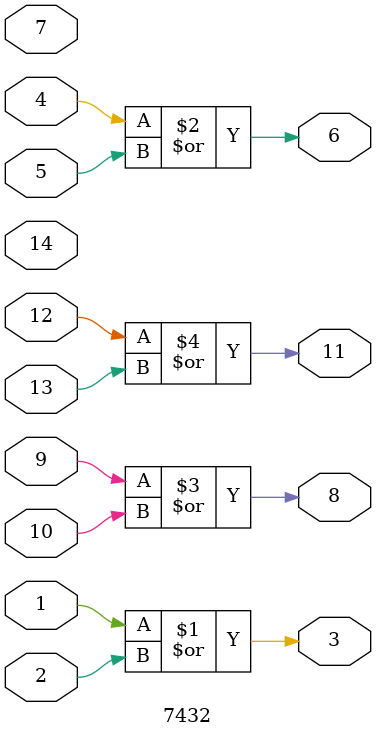
<source format=v>
/* 7432 Quad 2-bit OR
 * worse case delay of 10ns
 */
`timescale 1 ns / 100 ps
module \7432 (\1 , \2 , \3 , \4 , \5 , \6 , \7 , \8 , \9 , \10 , \11 , \12 , \13 , \14 );
   input \1 , \2 , \4 , \5 , \7 , \9 , \10 , \12 , \13 , \14 ;
   output \3 , \6 , \8 , \11 ;

   assign #10  \3 = \1 | \2 ;
   assign #10  \6 = \4 | \5 ;
   assign #10  \8 = \9 | \10 ;
   assign #10 \11 = \12 | \13 ;

endmodule

</source>
